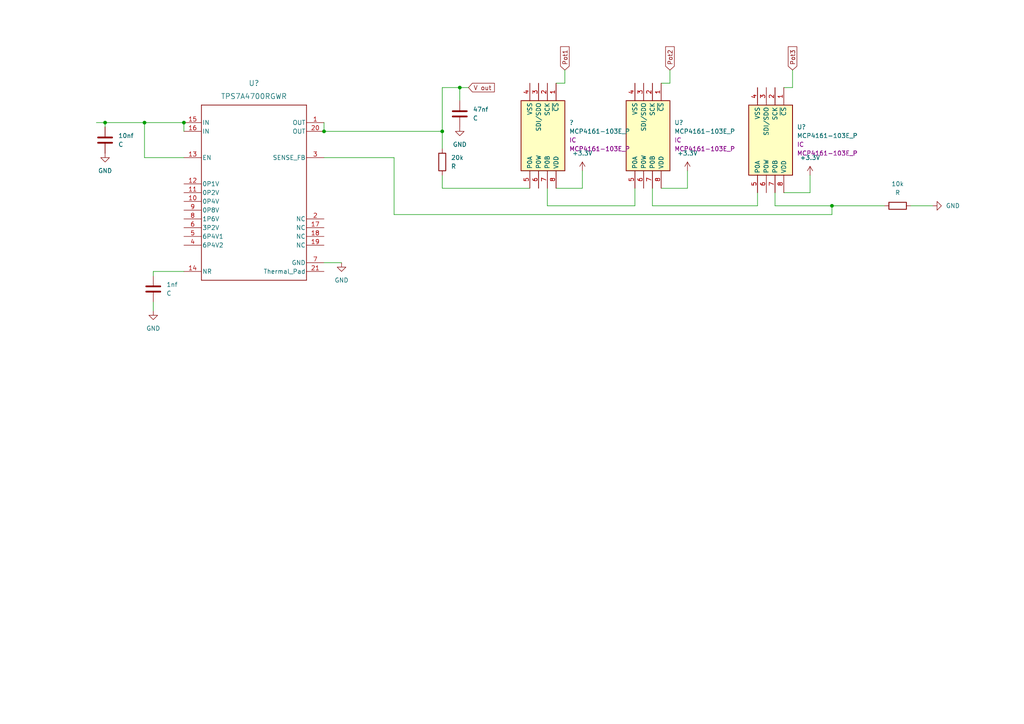
<source format=kicad_sch>
(kicad_sch (version 20230121) (generator eeschema)
  (paper "A4")
  (lib_symbols
    (symbol "2023-08-18_20-55-08:TPS7A4700RGWR" (pin_names (offset 0.254))
      (property "Reference" "U" (at 0 2.54 0))
      (property "Value" "TPS7A4700RGWR" (at 0 0 0))
      (symbol "TPS7A4700RGWR_0_1"
        (polyline (pts (xy 5.08 -45.72) (xy 35.56 -45.72)) (stroke (width 0.2032)))
        (polyline (pts (xy 5.08 5.08) (xy 5.08 -45.72)) (stroke (width 0.2032)))
        (polyline (pts (xy 35.56 -45.72) (xy 35.56 5.08)) (stroke (width 0.2032)))
        (polyline (pts (xy 35.56 5.08) (xy 5.08 5.08)) (stroke (width 0.2032)))
        (pin power_in line (at 40.64 0 180) (length 5.08) (name "OUT") (number "1"))
        (pin unspecified line (at 0 -22.86 0) (length 5.08) (name "0P4V") (number "10"))
        (pin unspecified line (at 0 -20.32 0) (length 5.08) (name "0P2V") (number "11"))
        (pin unspecified line (at 0 -17.78 0) (length 5.08) (name "0P1V") (number "12"))
        (pin input line (at 0 -10.16 0) (length 5.08) (name "EN") (number "13"))
        (pin unspecified line (at 0 -43.18 0) (length 5.08) (name "NR") (number "14"))
        (pin power_in line (at 0 0 0) (length 5.08) (name "IN") (number "15"))
        (pin power_in line (at 0 -2.54 0) (length 5.08) (name "IN") (number "16"))
        (pin unspecified line (at 40.64 -30.48 180) (length 5.08) (name "NC") (number "17"))
        (pin unspecified line (at 40.64 -33.02 180) (length 5.08) (name "NC") (number "18"))
        (pin unspecified line (at 40.64 -35.56 180) (length 5.08) (name "NC") (number "19"))
        (pin unspecified line (at 40.64 -27.94 180) (length 5.08) (name "NC") (number "2"))
        (pin power_in line (at 40.64 -2.54 180) (length 5.08) (name "OUT") (number "20"))
        (pin power_in line (at 40.64 -43.18 180) (length 5.08) (name "Thermal_Pad") (number "21"))
        (pin unspecified line (at 40.64 -10.16 180) (length 5.08) (name "SENSE_FB") (number "3"))
        (pin unspecified line (at 0 -35.56 0) (length 5.08) (name "6P4V2") (number "4"))
        (pin unspecified line (at 0 -33.02 0) (length 5.08) (name "6P4V1") (number "5"))
        (pin unspecified line (at 0 -30.48 0) (length 5.08) (name "3P2V") (number "6"))
        (pin power_in line (at 40.64 -40.64 180) (length 5.08) (name "GND") (number "7"))
        (pin unspecified line (at 0 -27.94 0) (length 5.08) (name "1P6V") (number "8"))
        (pin unspecified line (at 0 -25.4 0) (length 5.08) (name "0P8V") (number "9"))
      )
    )
    (symbol "Device:C" (pin_numbers hide) (pin_names (offset 0.254))
      (property "Reference" "C" (at 0.635 2.54 0))
      (property "Value" "C" (at 0.635 -2.54 0))
      (symbol "C_0_1"
        (polyline (pts (xy -2.032 -0.762) (xy 2.032 -0.762)) (stroke (width 0.508)))
        (polyline (pts (xy -2.032 0.762) (xy 2.032 0.762)) (stroke (width 0.508)))
      )
      (symbol "C_1_1"
        (pin passive line (at 0 3.81 270) (length 2.794) (name "~") (number "1"))
        (pin passive line (at 0 -3.81 90) (length 2.794) (name "~") (number "2"))
      )
    )
    (symbol "Device:R" (pin_numbers hide) (pin_names (offset 0))
      (property "Reference" "R" (at 2.032 0 90))
      (property "Value" "R" (at 0 0 90))
      (symbol "R_0_1"
        (rectangle (start -1.016 -2.54) (end 1.016 2.54) (stroke (width 0.254)))
      )
      (symbol "R_1_1"
        (pin passive line (at 0 3.81 270) (length 1.27) (name "~") (number "1"))
        (pin passive line (at 0 -3.81 90) (length 1.27) (name "~") (number "2"))
      )
    )
    (symbol "pot:MCP4161-103E_P"
      (property "Value" "MCP4161-103E_P" (at 0 0 0))
      (property "Reference_1" "IC" (at 26.67 7.62 0))
      (property "Value_1" "MCP4161-103E_P" (at 26.67 5.08 0))
      (symbol "MCP4161-103E_P_1_1"
        (rectangle (start 5.08 2.54) (end 25.4 -10.16) (stroke (width 0.254)) (fill (type background)))
        (pin passive line (at 0 0 0) (length 5.08) (name "~{CS}") (number "1"))
        (pin passive line (at 0 -2.54 0) (length 5.08) (name "SCK") (number "2"))
        (pin passive line (at 0 -5.08 0) (length 5.08) (name "SDI/SDO") (number "3"))
        (pin passive line (at 0 -7.62 0) (length 5.08) (name "VSS") (number "4"))
        (pin passive line (at 30.48 -7.62 180) (length 5.08) (name "P0A") (number "5"))
        (pin passive line (at 30.48 -5.08 180) (length 5.08) (name "P0W") (number "6"))
        (pin passive line (at 30.48 -2.54 180) (length 5.08) (name "P0B") (number "7"))
        (pin passive line (at 30.48 0 180) (length 5.08) (name "VDD") (number "8"))
      )
    )
    (symbol "power:+3.3V" (power) (pin_names (offset 0))
      (property "Value" "+3.3V" (at 0 3.556 0))
      (symbol "+3.3V_0_1"
        (polyline (pts (xy -0.762 1.27) (xy 0 2.54)))
        (polyline (pts (xy 0 0) (xy 0 2.54)))
        (polyline (pts (xy 0 2.54) (xy 0.762 1.27)))
      )
      (symbol "+3.3V_1_1"
        (pin power_in line (at 0 0 90) (length 0) hide (name "+3.3V") (number "1"))
      )
    )
    (symbol "power:GND" (power) (pin_names (offset 0))
      (property "Value" "GND" (at 0 -3.81 0))
      (symbol "GND_0_1"
        (polyline (pts (xy 0 0) (xy 0 -1.27) (xy 1.27 -1.27) (xy 0 -2.54) (xy -1.27 -1.27) (xy 0 -1.27)))
      )
      (symbol "GND_1_1"
        (pin power_in line (at 0 0 270) (length 0) hide (name "GND") (number "1"))
      )
    )
  )
  (junction (at 93.98 38.1))
  (junction (at 53.34 35.56))
  (junction (at 41.91 35.56))
  (junction (at 128.27 38.1))
  (junction (at 30.48 35.56))
  (junction (at 133.35 25.4))
  (junction (at 241.3 59.69))
  (wire (pts (xy 93.98 76.2) (xy 99.06 76.2)))
  (wire (pts (xy 264.16 59.69) (xy 270.51 59.69)))
  (wire (pts (xy 44.45 78.74) (xy 53.34 78.74)))
  (wire (pts (xy 158.75 54.61) (xy 158.75 59.69)))
  (wire (pts (xy 53.34 45.72) (xy 41.91 45.72)))
  (wire (pts (xy 133.35 25.4) (xy 133.35 29.21)))
  (wire (pts (xy 168.91 49.53) (xy 168.91 54.61)))
  (wire (pts (xy 189.23 54.61) (xy 189.23 59.69)))
  (wire (pts (xy 128.27 50.8) (xy 128.27 54.61)))
  (wire (pts (xy 184.15 54.61) (xy 184.15 59.69)))
  (wire (pts (xy 128.27 25.4) (xy 133.35 25.4)))
  (wire (pts (xy 191.77 24.13) (xy 194.31 24.13)))
  (wire (pts (xy 234.95 50.8) (xy 234.95 55.88)))
  (wire (pts (xy 114.3 62.23) (xy 114.3 45.72)))
  (wire (pts (xy 128.27 25.4) (xy 128.27 38.1)))
  (wire (pts (xy 219.71 59.69) (xy 219.71 55.88)))
  (wire (pts (xy 27.94 35.56) (xy 30.48 35.56)))
  (wire (pts (xy 199.39 49.53) (xy 199.39 54.61)))
  (wire (pts (xy 30.48 35.56) (xy 41.91 35.56)))
  (wire (pts (xy 229.87 25.4) (xy 229.87 20.32)))
  (wire (pts (xy 30.48 35.56) (xy 30.48 36.83)))
  (wire (pts (xy 93.98 35.56) (xy 93.98 38.1)))
  (wire (pts (xy 44.45 78.74) (xy 44.45 80.01)))
  (wire (pts (xy 128.27 38.1) (xy 128.27 43.18)))
  (wire (pts (xy 128.27 54.61) (xy 153.67 54.61)))
  (wire (pts (xy 241.3 59.69) (xy 241.3 62.23)))
  (wire (pts (xy 158.75 59.69) (xy 184.15 59.69)))
  (wire (pts (xy 224.79 59.69) (xy 241.3 59.69)))
  (wire (pts (xy 194.31 20.32) (xy 194.31 24.13)))
  (wire (pts (xy 41.91 45.72) (xy 41.91 35.56)))
  (wire (pts (xy 241.3 62.23) (xy 114.3 62.23)))
  (wire (pts (xy 161.29 24.13) (xy 163.83 24.13)))
  (wire (pts (xy 53.34 35.56) (xy 53.34 38.1)))
  (wire (pts (xy 114.3 45.72) (xy 93.98 45.72)))
  (wire (pts (xy 224.79 55.88) (xy 224.79 59.69)))
  (wire (pts (xy 44.45 87.63) (xy 44.45 90.17)))
  (wire (pts (xy 227.33 25.4) (xy 229.87 25.4)))
  (wire (pts (xy 93.98 38.1) (xy 128.27 38.1)))
  (wire (pts (xy 41.91 35.56) (xy 53.34 35.56)))
  (wire (pts (xy 199.39 54.61) (xy 191.77 54.61)))
  (wire (pts (xy 168.91 54.61) (xy 161.29 54.61)))
  (wire (pts (xy 234.95 55.88) (xy 227.33 55.88)))
  (wire (pts (xy 189.23 59.69) (xy 219.71 59.69)))
  (wire (pts (xy 163.83 24.13) (xy 163.83 20.32)))
  (wire (pts (xy 133.35 25.4) (xy 135.89 25.4)))
  (wire (pts (xy 241.3 59.69) (xy 256.54 59.69)))
  (global_label "V out" (shape input) (at 135.89 25.4 0) (property "Intersheetrefs" "${INTERSHEET_REFS}" (effects hide)))
  (global_label "Pot3" (shape input) (at 229.87 20.32 90) (property "Intersheetrefs" "${INTERSHEET_REFS}" (effects hide)))
  (global_label "Pot1" (shape input) (at 163.83 20.32 90) (property "Intersheetrefs" "${INTERSHEET_REFS}" (effects hide)))
  (global_label "Pot2" (shape input) (at 194.31 20.32 90) (property "Intersheetrefs" "${INTERSHEET_REFS}" (effects hide)))
  (symbol (lib_id "Device:R") (at 128.27 46.99 0) (unit 1)
    (property "Reference" "20k" (at 130.81 45.7199 0) (effects (justify left)))
    (property "Value" "R" (at 130.81 48.2599 0) (effects (justify left)))
  )
  (symbol (lib_id "pot:MCP4161-103E_P") (at 227.33 25.4 270) (unit 1)
    (property "Reference" "U?" (at 231.14 36.8299 90) (effects (justify left)))
    (property "Value" "MCP4161-103E_P" (at 231.14 39.3699 90) (effects (justify left)))
    (property "Reference_1" "IC" (at 231.14 41.9099 90) (effects (justify left)))
    (property "Value_1" "MCP4161-103E_P" (at 231.14 44.4499 90) (effects (justify left)))
    (property "Footprint_1" "DIP781W56P254L950H533Q8N" (effects hide))
    (property "Datasheet_1" "https://componentsearchengine.com/Datasheets/2/MCP4161-103E_P.pdf" (effects hide))
    (property "Height" "5.334" (effects hide))
    (property "Mouser Part Number" "579-MCP4161-103E/P" (effects hide))
    (property "Mouser Price/Stock" "https://www.mouser.co.uk/ProductDetail/Microchip-Technology/MCP4161-103E-P?qs=hH%252BOa0VZEiAum6klvAXD4g%3D%3D" (effects hide))
    (property "Manufacturer_Name" "Microchip" (effects hide))
    (property "Manufacturer_Part_Number" "MCP4161-103E/P" (effects hide))
  )
  (symbol (lib_id "power:GND") (at 30.48 44.45 0) (unit 1)
    (property "Reference" "#PWR?" (effects hide))
    (property "Value" "GND" (at 30.48 49.53 0))
  )
  (symbol (lib_id "2023-08-18_20-55-08:TPS7A4700RGWR") (at 53.34 35.56 0) (unit 1)
    (property "Reference" "U?" (at 73.66 24.13 0) (effects (font (size 1.524 1.524))))
    (property "Value" "TPS7A4700RGWR" (at 73.66 27.94 0) (effects (font (size 1.524 1.524))))
    (property "Footprint" "RGW0020A-IPC_A" (effects hide))
    (property "Datasheet" "TPS7A4700RGWR" (effects hide))
  )
  (symbol (lib_id "Device:C") (at 44.45 83.82 0) (unit 1)
    (property "Reference" "1nf" (at 48.26 82.5499 0) (effects (justify left)))
    (property "Value" "C" (at 48.26 85.0899 0) (effects (justify left)))
  )
  (symbol (lib_id "power:GND") (at 133.35 36.83 0) (unit 1)
    (property "Reference" "#PWR?" (effects hide))
    (property "Value" "GND" (at 133.35 41.91 0))
  )
  (symbol (lib_id "power:GND") (at 44.45 90.17 0) (unit 1)
    (property "Reference" "#PWR?" (effects hide))
    (property "Value" "GND" (at 44.45 95.25 0))
  )
  (symbol (lib_id "power:+3.3V") (at 168.91 49.53 0) (unit 1)
    (property "Reference" "#PWR?" (effects hide))
    (property "Value" "+3.3V" (at 168.91 44.45 0))
  )
  (symbol (lib_id "Device:R") (at 260.35 59.69 90) (unit 1)
    (property "Reference" "10k" (at 260.35 53.34 90))
    (property "Value" "R" (at 260.35 55.88 90))
  )
  (symbol (lib_id "pot:MCP4161-103E_P") (at 161.29 24.13 270) (unit 1)
    (property "Reference" "?" (at 165.1 35.5599 90) (effects (justify left)))
    (property "Value" "MCP4161-103E_P" (at 165.1 38.0999 90) (effects (justify left)))
    (property "Reference_1" "IC" (at 165.1 40.6399 90) (effects (justify left)))
    (property "Value_1" "MCP4161-103E_P" (at 165.1 43.1799 90) (effects (justify left)))
    (property "Footprint_1" "DIP781W56P254L950H533Q8N" (effects hide))
    (property "Datasheet_1" "https://componentsearchengine.com/Datasheets/2/MCP4161-103E_P.pdf" (effects hide))
    (property "Height" "5.334" (effects hide))
    (property "Mouser Part Number" "579-MCP4161-103E/P" (effects hide))
    (property "Mouser Price/Stock" "https://www.mouser.co.uk/ProductDetail/Microchip-Technology/MCP4161-103E-P?qs=hH%252BOa0VZEiAum6klvAXD4g%3D%3D" (effects hide))
    (property "Manufacturer_Name" "Microchip" (effects hide))
    (property "Manufacturer_Part_Number" "MCP4161-103E/P" (effects hide))
  )
  (symbol (lib_id "power:GND") (at 270.51 59.69 90) (unit 1)
    (property "Reference" "#PWR?" (effects hide))
    (property "Value" "GND" (at 274.32 59.6899 90) (effects (justify right)))
  )
  (symbol (lib_id "pot:MCP4161-103E_P") (at 191.77 24.13 270) (unit 1)
    (property "Reference" "U?" (at 195.58 35.5599 90) (effects (justify left)))
    (property "Value" "MCP4161-103E_P" (at 195.58 38.0999 90) (effects (justify left)))
    (property "Reference_1" "IC" (at 195.58 40.6399 90) (effects (justify left)))
    (property "Value_1" "MCP4161-103E_P" (at 195.58 43.1799 90) (effects (justify left)))
    (property "Footprint_1" "DIP781W56P254L950H533Q8N" (effects hide))
    (property "Datasheet_1" "https://componentsearchengine.com/Datasheets/2/MCP4161-103E_P.pdf" (effects hide))
    (property "Height" "5.334" (effects hide))
    (property "Mouser Part Number" "579-MCP4161-103E/P" (effects hide))
    (property "Mouser Price/Stock" "https://www.mouser.co.uk/ProductDetail/Microchip-Technology/MCP4161-103E-P?qs=hH%252BOa0VZEiAum6klvAXD4g%3D%3D" (effects hide))
    (property "Manufacturer_Name" "Microchip" (effects hide))
    (property "Manufacturer_Part_Number" "MCP4161-103E/P" (effects hide))
  )
  (symbol (lib_id "power:+3.3V") (at 199.39 49.53 0) (unit 1)
    (property "Reference" "#PWR?" (effects hide))
    (property "Value" "+3.3V" (at 199.39 44.45 0))
  )
  (symbol (lib_id "Device:C") (at 133.35 33.02 0) (unit 1)
    (property "Reference" "47nf" (at 137.16 31.7499 0) (effects (justify left)))
    (property "Value" "C" (at 137.16 34.2899 0) (effects (justify left)))
  )
  (symbol (lib_id "Device:C") (at 30.48 40.64 0) (unit 1)
    (property "Reference" "10nf" (at 34.29 39.3699 0) (effects (justify left)))
    (property "Value" "C" (at 34.29 41.9099 0) (effects (justify left)))
  )
  (symbol (lib_id "power:+3.3V") (at 234.95 50.8 0) (unit 1)
    (property "Reference" "#PWR?" (effects hide))
    (property "Value" "+3.3V" (at 234.95 45.72 0))
  )
  (symbol (lib_id "power:GND") (at 99.06 76.2 0) (unit 1)
    (property "Reference" "#PWR?" (effects hide))
    (property "Value" "GND" (at 99.06 81.28 0))
  )
)
</source>
